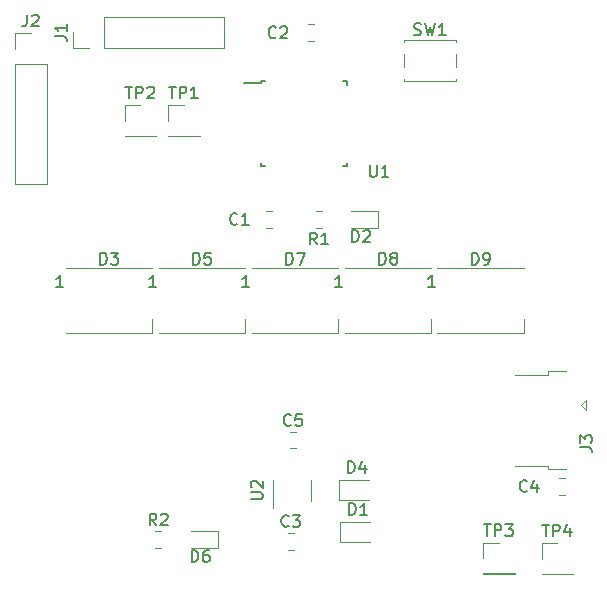
<source format=gbr>
G04 #@! TF.GenerationSoftware,KiCad,Pcbnew,(5.0.2)-1*
G04 #@! TF.CreationDate,2019-11-27T21:51:56-08:00*
G04 #@! TF.ProjectId,bsidessd,62736964-6573-4736-942e-6b696361645f,rev?*
G04 #@! TF.SameCoordinates,Original*
G04 #@! TF.FileFunction,Legend,Top*
G04 #@! TF.FilePolarity,Positive*
%FSLAX46Y46*%
G04 Gerber Fmt 4.6, Leading zero omitted, Abs format (unit mm)*
G04 Created by KiCad (PCBNEW (5.0.2)-1) date 11/27/2019 9:51:56 PM*
%MOMM*%
%LPD*%
G01*
G04 APERTURE LIST*
%ADD10C,0.120000*%
%ADD11C,0.150000*%
G04 APERTURE END LIST*
D10*
G04 #@! TO.C,C1*
X172588422Y-117400000D02*
X173105578Y-117400000D01*
X172588422Y-118820000D02*
X173105578Y-118820000D01*
G04 #@! TO.C,C2*
X176119022Y-102995800D02*
X176636178Y-102995800D01*
X176119022Y-101575800D02*
X176636178Y-101575800D01*
G04 #@! TO.C,C3*
X174391822Y-146048800D02*
X174908978Y-146048800D01*
X174391822Y-144628800D02*
X174908978Y-144628800D01*
G04 #@! TO.C,C4*
X197353422Y-140006000D02*
X197870578Y-140006000D01*
X197353422Y-141426000D02*
X197870578Y-141426000D01*
G04 #@! TO.C,C5*
X174571922Y-136069000D02*
X175089078Y-136069000D01*
X174571922Y-137489000D02*
X175089078Y-137489000D01*
G04 #@! TO.C,D1*
X178840000Y-143676000D02*
X181390000Y-143676000D01*
X178840000Y-145376000D02*
X181390000Y-145376000D01*
X178840000Y-143676000D02*
X178840000Y-145376000D01*
G04 #@! TO.C,D2*
X182079000Y-117375000D02*
X179794000Y-117375000D01*
X182079000Y-118845000D02*
X182079000Y-117375000D01*
X179794000Y-118845000D02*
X182079000Y-118845000D01*
G04 #@! TO.C,D3*
X155608000Y-122218000D02*
X162908000Y-122218000D01*
X155608000Y-127718000D02*
X162908000Y-127718000D01*
X162908000Y-127718000D02*
X162908000Y-126568000D01*
G04 #@! TO.C,D4*
X178738400Y-140120000D02*
X178738400Y-141820000D01*
X178738400Y-141820000D02*
X181288400Y-141820000D01*
X178738400Y-140120000D02*
X181288400Y-140120000D01*
G04 #@! TO.C,D5*
X163482000Y-122218000D02*
X170782000Y-122218000D01*
X163482000Y-127718000D02*
X170782000Y-127718000D01*
X170782000Y-127718000D02*
X170782000Y-126568000D01*
G04 #@! TO.C,D6*
X166205000Y-145946800D02*
X168490000Y-145946800D01*
X168490000Y-145946800D02*
X168490000Y-144476800D01*
X168490000Y-144476800D02*
X166205000Y-144476800D01*
G04 #@! TO.C,D7*
X178656000Y-127718000D02*
X178656000Y-126568000D01*
X171356000Y-127718000D02*
X178656000Y-127718000D01*
X171356000Y-122218000D02*
X178656000Y-122218000D01*
G04 #@! TO.C,D8*
X179230000Y-122218000D02*
X186530000Y-122218000D01*
X179230000Y-127718000D02*
X186530000Y-127718000D01*
X186530000Y-127718000D02*
X186530000Y-126568000D01*
G04 #@! TO.C,D9*
X194378600Y-127718000D02*
X194378600Y-126568000D01*
X187078600Y-127718000D02*
X194378600Y-127718000D01*
X187078600Y-122218000D02*
X194378600Y-122218000D01*
G04 #@! TO.C,J1*
X169046200Y-103590400D02*
X169046200Y-100930400D01*
X158826200Y-103590400D02*
X169046200Y-103590400D01*
X158826200Y-100930400D02*
X169046200Y-100930400D01*
X158826200Y-103590400D02*
X158826200Y-100930400D01*
X157556200Y-103590400D02*
X156226200Y-103590400D01*
X156226200Y-103590400D02*
X156226200Y-102260400D01*
G04 #@! TO.C,J2*
X151324000Y-102302000D02*
X152654000Y-102302000D01*
X151324000Y-103632000D02*
X151324000Y-102302000D01*
X151324000Y-104902000D02*
X153984000Y-104902000D01*
X153984000Y-104902000D02*
X153984000Y-115122000D01*
X151324000Y-104902000D02*
X151324000Y-115122000D01*
X151324000Y-115122000D02*
X153984000Y-115122000D01*
G04 #@! TO.C,J3*
X196407000Y-130953000D02*
X197957000Y-130953000D01*
X196407000Y-130953000D02*
X196407000Y-131253000D01*
X193607000Y-131253000D02*
X196407000Y-131253000D01*
X196407000Y-139253000D02*
X197957000Y-139253000D01*
X196407000Y-138953000D02*
X196407000Y-139253000D01*
X193607000Y-138953000D02*
X196407000Y-138953000D01*
X199657000Y-134203000D02*
X199207000Y-133803000D01*
X199657000Y-133403000D02*
X199657000Y-134203000D01*
X199207000Y-133803000D02*
X199657000Y-133403000D01*
G04 #@! TO.C,R1*
X177296578Y-117400000D02*
X176779422Y-117400000D01*
X177296578Y-118820000D02*
X176779422Y-118820000D01*
G04 #@! TO.C,R2*
X163190422Y-144501800D02*
X163707578Y-144501800D01*
X163190422Y-145921800D02*
X163707578Y-145921800D01*
G04 #@! TO.C,TP1*
X164278000Y-111058000D02*
X166938000Y-111058000D01*
X164278000Y-110998000D02*
X164278000Y-111058000D01*
X166938000Y-110998000D02*
X166938000Y-111058000D01*
X164278000Y-110998000D02*
X166938000Y-110998000D01*
X164278000Y-109728000D02*
X164278000Y-108398000D01*
X164278000Y-108398000D02*
X165608000Y-108398000D01*
G04 #@! TO.C,TP2*
X160595000Y-108398000D02*
X161925000Y-108398000D01*
X160595000Y-109728000D02*
X160595000Y-108398000D01*
X160595000Y-110998000D02*
X163255000Y-110998000D01*
X163255000Y-110998000D02*
X163255000Y-111058000D01*
X160595000Y-110998000D02*
X160595000Y-111058000D01*
X160595000Y-111058000D02*
X163255000Y-111058000D01*
G04 #@! TO.C,TP3*
X190948000Y-145456600D02*
X192278000Y-145456600D01*
X190948000Y-146786600D02*
X190948000Y-145456600D01*
X190948000Y-148056600D02*
X193608000Y-148056600D01*
X193608000Y-148056600D02*
X193608000Y-148116600D01*
X190948000Y-148056600D02*
X190948000Y-148116600D01*
X190948000Y-148116600D02*
X193608000Y-148116600D01*
G04 #@! TO.C,TP4*
X195901000Y-148142000D02*
X198561000Y-148142000D01*
X195901000Y-148082000D02*
X195901000Y-148142000D01*
X198561000Y-148082000D02*
X198561000Y-148142000D01*
X195901000Y-148082000D02*
X198561000Y-148082000D01*
X195901000Y-146812000D02*
X195901000Y-145482000D01*
X195901000Y-145482000D02*
X197231000Y-145482000D01*
D11*
G04 #@! TO.C,U1*
X172143000Y-106357000D02*
X172143000Y-106582000D01*
X179393000Y-106357000D02*
X179393000Y-106682000D01*
X179393000Y-113607000D02*
X179393000Y-113282000D01*
X172143000Y-113607000D02*
X172143000Y-113282000D01*
X172143000Y-106357000D02*
X172468000Y-106357000D01*
X172143000Y-113607000D02*
X172468000Y-113607000D01*
X179393000Y-113607000D02*
X179068000Y-113607000D01*
X179393000Y-106357000D02*
X179068000Y-106357000D01*
X172143000Y-106582000D02*
X170718000Y-106582000D01*
D10*
G04 #@! TO.C,U2*
X176336600Y-141920800D02*
X176336600Y-140120800D01*
X173116600Y-140120800D02*
X173116600Y-142570800D01*
G04 #@! TO.C,SW1*
X188636000Y-103068000D02*
X188636000Y-102948000D01*
X188636000Y-105218000D02*
X188636000Y-104078000D01*
X188636000Y-106348000D02*
X188636000Y-106228000D01*
X184236000Y-106348000D02*
X188636000Y-106348000D01*
X184236000Y-106228000D02*
X184236000Y-106348000D01*
X184236000Y-104078000D02*
X184236000Y-105218000D01*
X184236000Y-102948000D02*
X184236000Y-103068000D01*
X188636000Y-102948000D02*
X184236000Y-102948000D01*
G04 #@! TO.C,C1*
D11*
X170140333Y-118467142D02*
X170092714Y-118514761D01*
X169949857Y-118562380D01*
X169854619Y-118562380D01*
X169711761Y-118514761D01*
X169616523Y-118419523D01*
X169568904Y-118324285D01*
X169521285Y-118133809D01*
X169521285Y-117990952D01*
X169568904Y-117800476D01*
X169616523Y-117705238D01*
X169711761Y-117610000D01*
X169854619Y-117562380D01*
X169949857Y-117562380D01*
X170092714Y-117610000D01*
X170140333Y-117657619D01*
X171092714Y-118562380D02*
X170521285Y-118562380D01*
X170807000Y-118562380D02*
X170807000Y-117562380D01*
X170711761Y-117705238D01*
X170616523Y-117800476D01*
X170521285Y-117848095D01*
G04 #@! TO.C,C2*
X173391533Y-102668342D02*
X173343914Y-102715961D01*
X173201057Y-102763580D01*
X173105819Y-102763580D01*
X172962961Y-102715961D01*
X172867723Y-102620723D01*
X172820104Y-102525485D01*
X172772485Y-102335009D01*
X172772485Y-102192152D01*
X172820104Y-102001676D01*
X172867723Y-101906438D01*
X172962961Y-101811200D01*
X173105819Y-101763580D01*
X173201057Y-101763580D01*
X173343914Y-101811200D01*
X173391533Y-101858819D01*
X173772485Y-101858819D02*
X173820104Y-101811200D01*
X173915342Y-101763580D01*
X174153438Y-101763580D01*
X174248676Y-101811200D01*
X174296295Y-101858819D01*
X174343914Y-101954057D01*
X174343914Y-102049295D01*
X174296295Y-102192152D01*
X173724866Y-102763580D01*
X174343914Y-102763580D01*
G04 #@! TO.C,C3*
X174483733Y-144045942D02*
X174436114Y-144093561D01*
X174293257Y-144141180D01*
X174198019Y-144141180D01*
X174055161Y-144093561D01*
X173959923Y-143998323D01*
X173912304Y-143903085D01*
X173864685Y-143712609D01*
X173864685Y-143569752D01*
X173912304Y-143379276D01*
X173959923Y-143284038D01*
X174055161Y-143188800D01*
X174198019Y-143141180D01*
X174293257Y-143141180D01*
X174436114Y-143188800D01*
X174483733Y-143236419D01*
X174817066Y-143141180D02*
X175436114Y-143141180D01*
X175102780Y-143522133D01*
X175245638Y-143522133D01*
X175340876Y-143569752D01*
X175388495Y-143617371D01*
X175436114Y-143712609D01*
X175436114Y-143950704D01*
X175388495Y-144045942D01*
X175340876Y-144093561D01*
X175245638Y-144141180D01*
X174959923Y-144141180D01*
X174864685Y-144093561D01*
X174817066Y-144045942D01*
G04 #@! TO.C,C4*
X194651333Y-141073142D02*
X194603714Y-141120761D01*
X194460857Y-141168380D01*
X194365619Y-141168380D01*
X194222761Y-141120761D01*
X194127523Y-141025523D01*
X194079904Y-140930285D01*
X194032285Y-140739809D01*
X194032285Y-140596952D01*
X194079904Y-140406476D01*
X194127523Y-140311238D01*
X194222761Y-140216000D01*
X194365619Y-140168380D01*
X194460857Y-140168380D01*
X194603714Y-140216000D01*
X194651333Y-140263619D01*
X195508476Y-140501714D02*
X195508476Y-141168380D01*
X195270380Y-140120761D02*
X195032285Y-140835047D01*
X195651333Y-140835047D01*
G04 #@! TO.C,C5*
X174663833Y-135486142D02*
X174616214Y-135533761D01*
X174473357Y-135581380D01*
X174378119Y-135581380D01*
X174235261Y-135533761D01*
X174140023Y-135438523D01*
X174092404Y-135343285D01*
X174044785Y-135152809D01*
X174044785Y-135009952D01*
X174092404Y-134819476D01*
X174140023Y-134724238D01*
X174235261Y-134629000D01*
X174378119Y-134581380D01*
X174473357Y-134581380D01*
X174616214Y-134629000D01*
X174663833Y-134676619D01*
X175568595Y-134581380D02*
X175092404Y-134581380D01*
X175044785Y-135057571D01*
X175092404Y-135009952D01*
X175187642Y-134962333D01*
X175425738Y-134962333D01*
X175520976Y-135009952D01*
X175568595Y-135057571D01*
X175616214Y-135152809D01*
X175616214Y-135390904D01*
X175568595Y-135486142D01*
X175520976Y-135533761D01*
X175425738Y-135581380D01*
X175187642Y-135581380D01*
X175092404Y-135533761D01*
X175044785Y-135486142D01*
G04 #@! TO.C,D1*
X179601904Y-143128380D02*
X179601904Y-142128380D01*
X179840000Y-142128380D01*
X179982857Y-142176000D01*
X180078095Y-142271238D01*
X180125714Y-142366476D01*
X180173333Y-142556952D01*
X180173333Y-142699809D01*
X180125714Y-142890285D01*
X180078095Y-142985523D01*
X179982857Y-143080761D01*
X179840000Y-143128380D01*
X179601904Y-143128380D01*
X181125714Y-143128380D02*
X180554285Y-143128380D01*
X180840000Y-143128380D02*
X180840000Y-142128380D01*
X180744761Y-142271238D01*
X180649523Y-142366476D01*
X180554285Y-142414095D01*
G04 #@! TO.C,D2*
X179855904Y-119992380D02*
X179855904Y-118992380D01*
X180094000Y-118992380D01*
X180236857Y-119040000D01*
X180332095Y-119135238D01*
X180379714Y-119230476D01*
X180427333Y-119420952D01*
X180427333Y-119563809D01*
X180379714Y-119754285D01*
X180332095Y-119849523D01*
X180236857Y-119944761D01*
X180094000Y-119992380D01*
X179855904Y-119992380D01*
X180808285Y-119087619D02*
X180855904Y-119040000D01*
X180951142Y-118992380D01*
X181189238Y-118992380D01*
X181284476Y-119040000D01*
X181332095Y-119087619D01*
X181379714Y-119182857D01*
X181379714Y-119278095D01*
X181332095Y-119420952D01*
X180760666Y-119992380D01*
X181379714Y-119992380D01*
G04 #@! TO.C,D3*
X158519904Y-121920380D02*
X158519904Y-120920380D01*
X158758000Y-120920380D01*
X158900857Y-120968000D01*
X158996095Y-121063238D01*
X159043714Y-121158476D01*
X159091333Y-121348952D01*
X159091333Y-121491809D01*
X159043714Y-121682285D01*
X158996095Y-121777523D01*
X158900857Y-121872761D01*
X158758000Y-121920380D01*
X158519904Y-121920380D01*
X159424666Y-120920380D02*
X160043714Y-120920380D01*
X159710380Y-121301333D01*
X159853238Y-121301333D01*
X159948476Y-121348952D01*
X159996095Y-121396571D01*
X160043714Y-121491809D01*
X160043714Y-121729904D01*
X159996095Y-121825142D01*
X159948476Y-121872761D01*
X159853238Y-121920380D01*
X159567523Y-121920380D01*
X159472285Y-121872761D01*
X159424666Y-121825142D01*
X155393714Y-123820380D02*
X154822285Y-123820380D01*
X155108000Y-123820380D02*
X155108000Y-122820380D01*
X155012761Y-122963238D01*
X154917523Y-123058476D01*
X154822285Y-123106095D01*
G04 #@! TO.C,D4*
X179500304Y-139572380D02*
X179500304Y-138572380D01*
X179738400Y-138572380D01*
X179881257Y-138620000D01*
X179976495Y-138715238D01*
X180024114Y-138810476D01*
X180071733Y-139000952D01*
X180071733Y-139143809D01*
X180024114Y-139334285D01*
X179976495Y-139429523D01*
X179881257Y-139524761D01*
X179738400Y-139572380D01*
X179500304Y-139572380D01*
X180928876Y-138905714D02*
X180928876Y-139572380D01*
X180690780Y-138524761D02*
X180452685Y-139239047D01*
X181071733Y-139239047D01*
G04 #@! TO.C,D5*
X166393904Y-121920380D02*
X166393904Y-120920380D01*
X166632000Y-120920380D01*
X166774857Y-120968000D01*
X166870095Y-121063238D01*
X166917714Y-121158476D01*
X166965333Y-121348952D01*
X166965333Y-121491809D01*
X166917714Y-121682285D01*
X166870095Y-121777523D01*
X166774857Y-121872761D01*
X166632000Y-121920380D01*
X166393904Y-121920380D01*
X167870095Y-120920380D02*
X167393904Y-120920380D01*
X167346285Y-121396571D01*
X167393904Y-121348952D01*
X167489142Y-121301333D01*
X167727238Y-121301333D01*
X167822476Y-121348952D01*
X167870095Y-121396571D01*
X167917714Y-121491809D01*
X167917714Y-121729904D01*
X167870095Y-121825142D01*
X167822476Y-121872761D01*
X167727238Y-121920380D01*
X167489142Y-121920380D01*
X167393904Y-121872761D01*
X167346285Y-121825142D01*
X163267714Y-123820380D02*
X162696285Y-123820380D01*
X162982000Y-123820380D02*
X162982000Y-122820380D01*
X162886761Y-122963238D01*
X162791523Y-123058476D01*
X162696285Y-123106095D01*
G04 #@! TO.C,D6*
X166266904Y-147094180D02*
X166266904Y-146094180D01*
X166505000Y-146094180D01*
X166647857Y-146141800D01*
X166743095Y-146237038D01*
X166790714Y-146332276D01*
X166838333Y-146522752D01*
X166838333Y-146665609D01*
X166790714Y-146856085D01*
X166743095Y-146951323D01*
X166647857Y-147046561D01*
X166505000Y-147094180D01*
X166266904Y-147094180D01*
X167695476Y-146094180D02*
X167505000Y-146094180D01*
X167409761Y-146141800D01*
X167362142Y-146189419D01*
X167266904Y-146332276D01*
X167219285Y-146522752D01*
X167219285Y-146903704D01*
X167266904Y-146998942D01*
X167314523Y-147046561D01*
X167409761Y-147094180D01*
X167600238Y-147094180D01*
X167695476Y-147046561D01*
X167743095Y-146998942D01*
X167790714Y-146903704D01*
X167790714Y-146665609D01*
X167743095Y-146570371D01*
X167695476Y-146522752D01*
X167600238Y-146475133D01*
X167409761Y-146475133D01*
X167314523Y-146522752D01*
X167266904Y-146570371D01*
X167219285Y-146665609D01*
G04 #@! TO.C,D7*
X174267904Y-121920380D02*
X174267904Y-120920380D01*
X174506000Y-120920380D01*
X174648857Y-120968000D01*
X174744095Y-121063238D01*
X174791714Y-121158476D01*
X174839333Y-121348952D01*
X174839333Y-121491809D01*
X174791714Y-121682285D01*
X174744095Y-121777523D01*
X174648857Y-121872761D01*
X174506000Y-121920380D01*
X174267904Y-121920380D01*
X175172666Y-120920380D02*
X175839333Y-120920380D01*
X175410761Y-121920380D01*
X171141714Y-123820380D02*
X170570285Y-123820380D01*
X170856000Y-123820380D02*
X170856000Y-122820380D01*
X170760761Y-122963238D01*
X170665523Y-123058476D01*
X170570285Y-123106095D01*
G04 #@! TO.C,D8*
X182141904Y-121920380D02*
X182141904Y-120920380D01*
X182380000Y-120920380D01*
X182522857Y-120968000D01*
X182618095Y-121063238D01*
X182665714Y-121158476D01*
X182713333Y-121348952D01*
X182713333Y-121491809D01*
X182665714Y-121682285D01*
X182618095Y-121777523D01*
X182522857Y-121872761D01*
X182380000Y-121920380D01*
X182141904Y-121920380D01*
X183284761Y-121348952D02*
X183189523Y-121301333D01*
X183141904Y-121253714D01*
X183094285Y-121158476D01*
X183094285Y-121110857D01*
X183141904Y-121015619D01*
X183189523Y-120968000D01*
X183284761Y-120920380D01*
X183475238Y-120920380D01*
X183570476Y-120968000D01*
X183618095Y-121015619D01*
X183665714Y-121110857D01*
X183665714Y-121158476D01*
X183618095Y-121253714D01*
X183570476Y-121301333D01*
X183475238Y-121348952D01*
X183284761Y-121348952D01*
X183189523Y-121396571D01*
X183141904Y-121444190D01*
X183094285Y-121539428D01*
X183094285Y-121729904D01*
X183141904Y-121825142D01*
X183189523Y-121872761D01*
X183284761Y-121920380D01*
X183475238Y-121920380D01*
X183570476Y-121872761D01*
X183618095Y-121825142D01*
X183665714Y-121729904D01*
X183665714Y-121539428D01*
X183618095Y-121444190D01*
X183570476Y-121396571D01*
X183475238Y-121348952D01*
X179015714Y-123820380D02*
X178444285Y-123820380D01*
X178730000Y-123820380D02*
X178730000Y-122820380D01*
X178634761Y-122963238D01*
X178539523Y-123058476D01*
X178444285Y-123106095D01*
G04 #@! TO.C,D9*
X189990504Y-121920380D02*
X189990504Y-120920380D01*
X190228600Y-120920380D01*
X190371457Y-120968000D01*
X190466695Y-121063238D01*
X190514314Y-121158476D01*
X190561933Y-121348952D01*
X190561933Y-121491809D01*
X190514314Y-121682285D01*
X190466695Y-121777523D01*
X190371457Y-121872761D01*
X190228600Y-121920380D01*
X189990504Y-121920380D01*
X191038123Y-121920380D02*
X191228600Y-121920380D01*
X191323838Y-121872761D01*
X191371457Y-121825142D01*
X191466695Y-121682285D01*
X191514314Y-121491809D01*
X191514314Y-121110857D01*
X191466695Y-121015619D01*
X191419076Y-120968000D01*
X191323838Y-120920380D01*
X191133361Y-120920380D01*
X191038123Y-120968000D01*
X190990504Y-121015619D01*
X190942885Y-121110857D01*
X190942885Y-121348952D01*
X190990504Y-121444190D01*
X191038123Y-121491809D01*
X191133361Y-121539428D01*
X191323838Y-121539428D01*
X191419076Y-121491809D01*
X191466695Y-121444190D01*
X191514314Y-121348952D01*
X186864314Y-123820380D02*
X186292885Y-123820380D01*
X186578600Y-123820380D02*
X186578600Y-122820380D01*
X186483361Y-122963238D01*
X186388123Y-123058476D01*
X186292885Y-123106095D01*
G04 #@! TO.C,J1*
X154678580Y-102593733D02*
X155392866Y-102593733D01*
X155535723Y-102641352D01*
X155630961Y-102736590D01*
X155678580Y-102879447D01*
X155678580Y-102974685D01*
X155678580Y-101593733D02*
X155678580Y-102165161D01*
X155678580Y-101879447D02*
X154678580Y-101879447D01*
X154821438Y-101974685D01*
X154916676Y-102069923D01*
X154964295Y-102165161D01*
G04 #@! TO.C,J2*
X152320666Y-100754380D02*
X152320666Y-101468666D01*
X152273047Y-101611523D01*
X152177809Y-101706761D01*
X152034952Y-101754380D01*
X151939714Y-101754380D01*
X152749238Y-100849619D02*
X152796857Y-100802000D01*
X152892095Y-100754380D01*
X153130190Y-100754380D01*
X153225428Y-100802000D01*
X153273047Y-100849619D01*
X153320666Y-100944857D01*
X153320666Y-101040095D01*
X153273047Y-101182952D01*
X152701619Y-101754380D01*
X153320666Y-101754380D01*
G04 #@! TO.C,J3*
X199159380Y-137386333D02*
X199873666Y-137386333D01*
X200016523Y-137433952D01*
X200111761Y-137529190D01*
X200159380Y-137672047D01*
X200159380Y-137767285D01*
X199159380Y-137005380D02*
X199159380Y-136386333D01*
X199540333Y-136719666D01*
X199540333Y-136576809D01*
X199587952Y-136481571D01*
X199635571Y-136433952D01*
X199730809Y-136386333D01*
X199968904Y-136386333D01*
X200064142Y-136433952D01*
X200111761Y-136481571D01*
X200159380Y-136576809D01*
X200159380Y-136862523D01*
X200111761Y-136957761D01*
X200064142Y-137005380D01*
G04 #@! TO.C,R1*
X176871333Y-120212380D02*
X176538000Y-119736190D01*
X176299904Y-120212380D02*
X176299904Y-119212380D01*
X176680857Y-119212380D01*
X176776095Y-119260000D01*
X176823714Y-119307619D01*
X176871333Y-119402857D01*
X176871333Y-119545714D01*
X176823714Y-119640952D01*
X176776095Y-119688571D01*
X176680857Y-119736190D01*
X176299904Y-119736190D01*
X177823714Y-120212380D02*
X177252285Y-120212380D01*
X177538000Y-120212380D02*
X177538000Y-119212380D01*
X177442761Y-119355238D01*
X177347523Y-119450476D01*
X177252285Y-119498095D01*
G04 #@! TO.C,R2*
X163282333Y-144014180D02*
X162949000Y-143537990D01*
X162710904Y-144014180D02*
X162710904Y-143014180D01*
X163091857Y-143014180D01*
X163187095Y-143061800D01*
X163234714Y-143109419D01*
X163282333Y-143204657D01*
X163282333Y-143347514D01*
X163234714Y-143442752D01*
X163187095Y-143490371D01*
X163091857Y-143537990D01*
X162710904Y-143537990D01*
X163663285Y-143109419D02*
X163710904Y-143061800D01*
X163806142Y-143014180D01*
X164044238Y-143014180D01*
X164139476Y-143061800D01*
X164187095Y-143109419D01*
X164234714Y-143204657D01*
X164234714Y-143299895D01*
X164187095Y-143442752D01*
X163615666Y-144014180D01*
X164234714Y-144014180D01*
G04 #@! TO.C,TP1*
X164346095Y-106850380D02*
X164917523Y-106850380D01*
X164631809Y-107850380D02*
X164631809Y-106850380D01*
X165250857Y-107850380D02*
X165250857Y-106850380D01*
X165631809Y-106850380D01*
X165727047Y-106898000D01*
X165774666Y-106945619D01*
X165822285Y-107040857D01*
X165822285Y-107183714D01*
X165774666Y-107278952D01*
X165727047Y-107326571D01*
X165631809Y-107374190D01*
X165250857Y-107374190D01*
X166774666Y-107850380D02*
X166203238Y-107850380D01*
X166488952Y-107850380D02*
X166488952Y-106850380D01*
X166393714Y-106993238D01*
X166298476Y-107088476D01*
X166203238Y-107136095D01*
G04 #@! TO.C,TP2*
X160663095Y-106850380D02*
X161234523Y-106850380D01*
X160948809Y-107850380D02*
X160948809Y-106850380D01*
X161567857Y-107850380D02*
X161567857Y-106850380D01*
X161948809Y-106850380D01*
X162044047Y-106898000D01*
X162091666Y-106945619D01*
X162139285Y-107040857D01*
X162139285Y-107183714D01*
X162091666Y-107278952D01*
X162044047Y-107326571D01*
X161948809Y-107374190D01*
X161567857Y-107374190D01*
X162520238Y-106945619D02*
X162567857Y-106898000D01*
X162663095Y-106850380D01*
X162901190Y-106850380D01*
X162996428Y-106898000D01*
X163044047Y-106945619D01*
X163091666Y-107040857D01*
X163091666Y-107136095D01*
X163044047Y-107278952D01*
X162472619Y-107850380D01*
X163091666Y-107850380D01*
G04 #@! TO.C,TP3*
X191016095Y-143908980D02*
X191587523Y-143908980D01*
X191301809Y-144908980D02*
X191301809Y-143908980D01*
X191920857Y-144908980D02*
X191920857Y-143908980D01*
X192301809Y-143908980D01*
X192397047Y-143956600D01*
X192444666Y-144004219D01*
X192492285Y-144099457D01*
X192492285Y-144242314D01*
X192444666Y-144337552D01*
X192397047Y-144385171D01*
X192301809Y-144432790D01*
X191920857Y-144432790D01*
X192825619Y-143908980D02*
X193444666Y-143908980D01*
X193111333Y-144289933D01*
X193254190Y-144289933D01*
X193349428Y-144337552D01*
X193397047Y-144385171D01*
X193444666Y-144480409D01*
X193444666Y-144718504D01*
X193397047Y-144813742D01*
X193349428Y-144861361D01*
X193254190Y-144908980D01*
X192968476Y-144908980D01*
X192873238Y-144861361D01*
X192825619Y-144813742D01*
G04 #@! TO.C,TP4*
X195969095Y-143934380D02*
X196540523Y-143934380D01*
X196254809Y-144934380D02*
X196254809Y-143934380D01*
X196873857Y-144934380D02*
X196873857Y-143934380D01*
X197254809Y-143934380D01*
X197350047Y-143982000D01*
X197397666Y-144029619D01*
X197445285Y-144124857D01*
X197445285Y-144267714D01*
X197397666Y-144362952D01*
X197350047Y-144410571D01*
X197254809Y-144458190D01*
X196873857Y-144458190D01*
X198302428Y-144267714D02*
X198302428Y-144934380D01*
X198064333Y-143886761D02*
X197826238Y-144601047D01*
X198445285Y-144601047D01*
G04 #@! TO.C,U1*
X181356095Y-113498380D02*
X181356095Y-114307904D01*
X181403714Y-114403142D01*
X181451333Y-114450761D01*
X181546571Y-114498380D01*
X181737047Y-114498380D01*
X181832285Y-114450761D01*
X181879904Y-114403142D01*
X181927523Y-114307904D01*
X181927523Y-113498380D01*
X182927523Y-114498380D02*
X182356095Y-114498380D01*
X182641809Y-114498380D02*
X182641809Y-113498380D01*
X182546571Y-113641238D01*
X182451333Y-113736476D01*
X182356095Y-113784095D01*
G04 #@! TO.C,U2*
X171278980Y-141782704D02*
X172088504Y-141782704D01*
X172183742Y-141735085D01*
X172231361Y-141687466D01*
X172278980Y-141592228D01*
X172278980Y-141401752D01*
X172231361Y-141306514D01*
X172183742Y-141258895D01*
X172088504Y-141211276D01*
X171278980Y-141211276D01*
X171374219Y-140782704D02*
X171326600Y-140735085D01*
X171278980Y-140639847D01*
X171278980Y-140401752D01*
X171326600Y-140306514D01*
X171374219Y-140258895D01*
X171469457Y-140211276D01*
X171564695Y-140211276D01*
X171707552Y-140258895D01*
X172278980Y-140830323D01*
X172278980Y-140211276D01*
G04 #@! TO.C,SW1*
X185102666Y-102452761D02*
X185245523Y-102500380D01*
X185483619Y-102500380D01*
X185578857Y-102452761D01*
X185626476Y-102405142D01*
X185674095Y-102309904D01*
X185674095Y-102214666D01*
X185626476Y-102119428D01*
X185578857Y-102071809D01*
X185483619Y-102024190D01*
X185293142Y-101976571D01*
X185197904Y-101928952D01*
X185150285Y-101881333D01*
X185102666Y-101786095D01*
X185102666Y-101690857D01*
X185150285Y-101595619D01*
X185197904Y-101548000D01*
X185293142Y-101500380D01*
X185531238Y-101500380D01*
X185674095Y-101548000D01*
X186007428Y-101500380D02*
X186245523Y-102500380D01*
X186436000Y-101786095D01*
X186626476Y-102500380D01*
X186864571Y-101500380D01*
X187769333Y-102500380D02*
X187197904Y-102500380D01*
X187483619Y-102500380D02*
X187483619Y-101500380D01*
X187388380Y-101643238D01*
X187293142Y-101738476D01*
X187197904Y-101786095D01*
G04 #@! TD*
M02*

</source>
